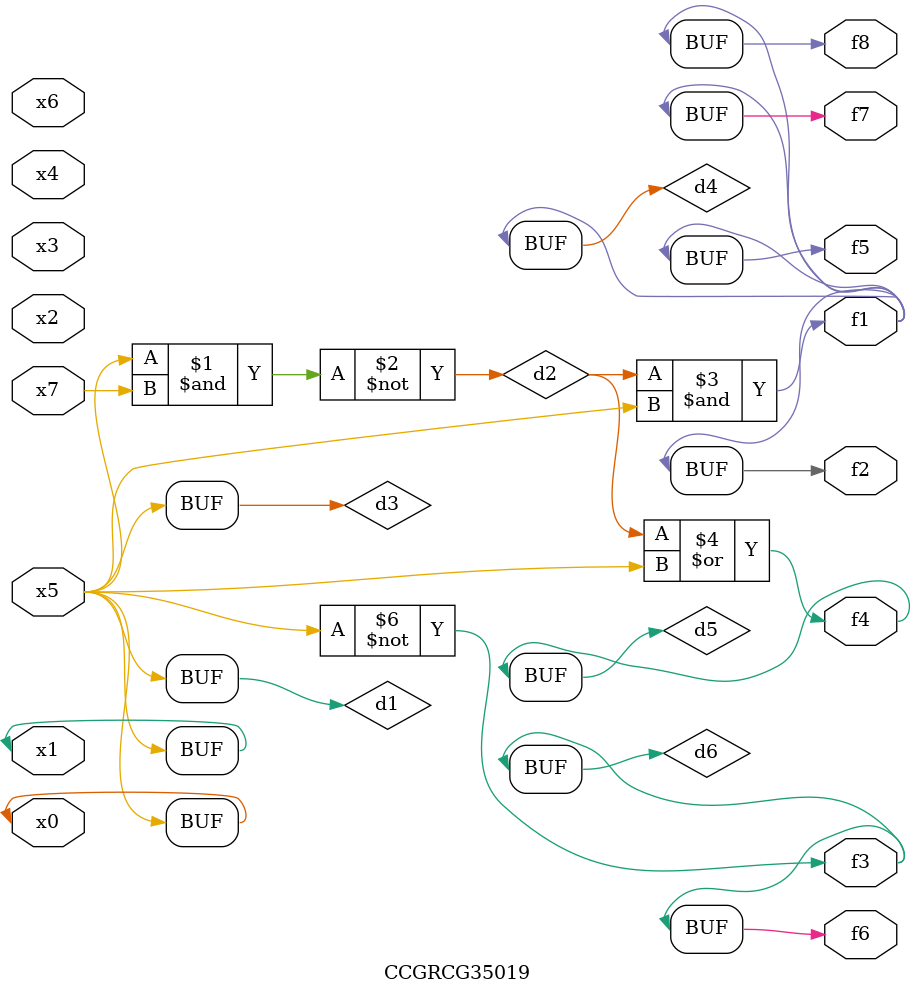
<source format=v>
module CCGRCG35019(
	input x0, x1, x2, x3, x4, x5, x6, x7,
	output f1, f2, f3, f4, f5, f6, f7, f8
);

	wire d1, d2, d3, d4, d5, d6;

	buf (d1, x0, x5);
	nand (d2, x5, x7);
	buf (d3, x0, x1);
	and (d4, d2, d3);
	or (d5, d2, d3);
	nor (d6, d1, d3);
	assign f1 = d4;
	assign f2 = d4;
	assign f3 = d6;
	assign f4 = d5;
	assign f5 = d4;
	assign f6 = d6;
	assign f7 = d4;
	assign f8 = d4;
endmodule

</source>
